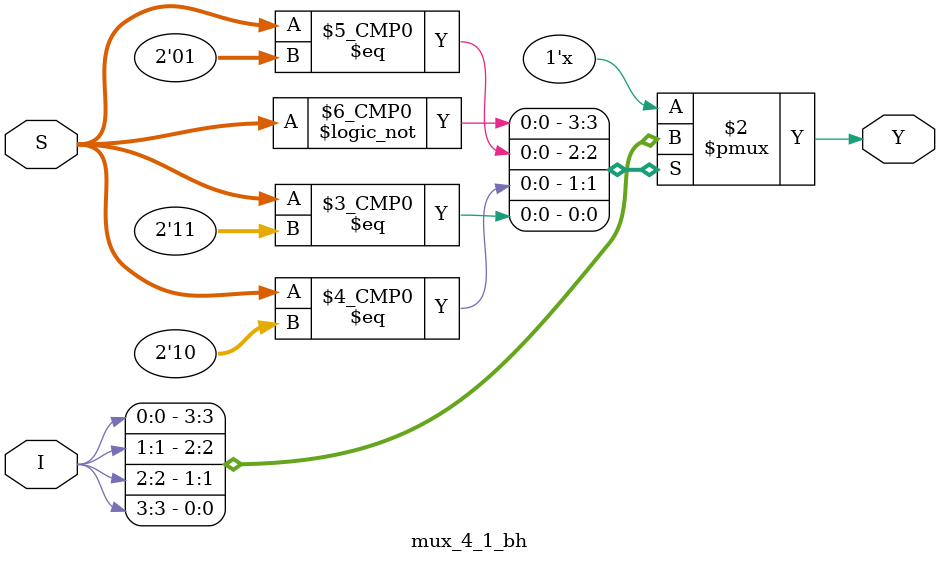
<source format=v>
/***********************************************************
File Name:	mux_4_1_bh.v
Author: 	Kevan Thompson
Date:		March 18, 2024
Description: A 4 to 1 mux 

***********************************************************/

module mux_4_1_bh(
	input [3:0] I,
    input [1:0] S,
	output reg Y
);

always@(*) begin
    case(S)
        2'd0: Y=I[0];
        2'd1: Y=I[1];
        2'd2: Y=I[2];
        2'd3: Y=I[3];
        default: $display("Error");
    endcase
    end 
endmodule
</source>
